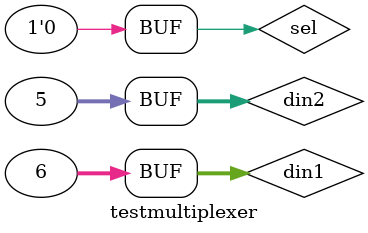
<source format=v>
module testmultiplexer;
wire[31:0] qout;
reg[31:0] din1;
reg[31:0] din2;
reg sel;
mux m1(qout,sel,din1,din2);
initial
begin
#10
din1=32'b110;
din2=32'b101;
#10
sel=1;
#10
sel=0;
end
endmodule

</source>
